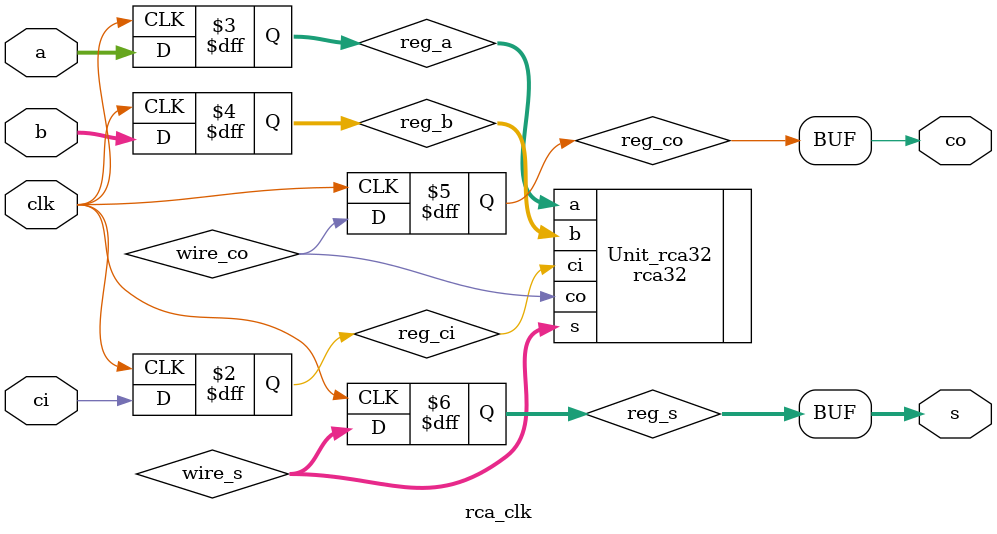
<source format=v>
module rca_clk(clk, a, b, ci, co, s);
	input clk, ci;
	input [31:0] a,b;
	output [31:0] s;
	output co;
	
	reg reg_ci;
	reg [31:0] reg_a, reg_b;
	
	reg reg_co;
	reg [31:0] reg_s;
	
	wire wire_co;
	wire [31:0] wire_s;
	
	// RCA with registers on posedge
	always @ (posedge clk)
	
	begin 
	
	// copy each I/O to reg
	reg_a <= a;
	reg_b <= b;
	reg_ci <= ci;
	
	reg_s <= wire_s;
	reg_co <= wire_co;
	
	end
	
	// instance 32-bit RCA
	rca32 Unit_rca32(.a(reg_a), .b(reg_b), .ci(reg_ci), .co(wire_co), .s(wire_s));
	
	// assign each reg to output
	assign s = reg_s;
	assign co = reg_co;
	
endmodule

</source>
